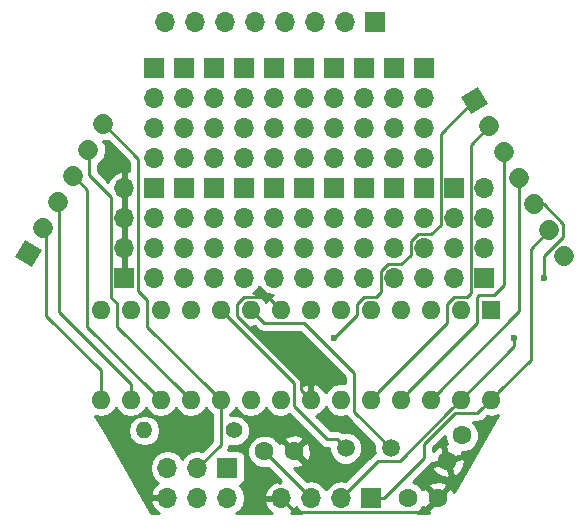
<source format=gbr>
G04 #@! TF.FileFunction,Copper,L1,Top,Signal*
%FSLAX46Y46*%
G04 Gerber Fmt 4.6, Leading zero omitted, Abs format (unit mm)*
G04 Created by KiCad (PCBNEW 4.0.7-e2-6376~58~ubuntu14.04.1) date Sat Apr 21 16:58:32 2018*
%MOMM*%
%LPD*%
G01*
G04 APERTURE LIST*
%ADD10C,0.100000*%
%ADD11C,1.700000*%
%ADD12R,1.700000X1.700000*%
%ADD13O,1.700000X1.700000*%
%ADD14C,1.400000*%
%ADD15O,1.400000X1.400000*%
%ADD16C,1.500000*%
%ADD17R,1.600000X1.600000*%
%ADD18O,1.600000X1.600000*%
%ADD19C,1.600000*%
%ADD20C,0.600000*%
%ADD21C,0.250000*%
%ADD22C,0.254000*%
G04 APERTURE END LIST*
D10*
G36*
X168281122Y-104328878D02*
X167431122Y-105801122D01*
X165958878Y-104951122D01*
X166808878Y-103478878D01*
X168281122Y-104328878D01*
X168281122Y-104328878D01*
G37*
D11*
X168390000Y-102440295D02*
X168390000Y-102440295D01*
X169660000Y-100240591D02*
X169660000Y-100240591D01*
X170930000Y-98040886D02*
X170930000Y-98040886D01*
X172200000Y-95841182D02*
X172200000Y-95841182D01*
X173470000Y-93641477D02*
X173470000Y-93641477D01*
D12*
X183980000Y-122760000D03*
D13*
X183980000Y-125300000D03*
X181440000Y-122760000D03*
X181440000Y-125300000D03*
X178900000Y-122760000D03*
X178900000Y-125300000D03*
D12*
X196140000Y-125340000D03*
D13*
X193600000Y-125340000D03*
X191060000Y-125340000D03*
X188520000Y-125340000D03*
D14*
X184560000Y-119600000D03*
D15*
X176940000Y-119600000D03*
D10*
G36*
X204578878Y-92811417D02*
X203728878Y-91339173D01*
X205201122Y-90489173D01*
X206051122Y-91961417D01*
X204578878Y-92811417D01*
X204578878Y-92811417D01*
G37*
D11*
X206160000Y-93850000D02*
X206160000Y-93850000D01*
X207430000Y-96049704D02*
X207430000Y-96049704D01*
X208700000Y-98249409D02*
X208700000Y-98249409D01*
X209970000Y-100449113D02*
X209970000Y-100449113D01*
X211240000Y-102648818D02*
X211240000Y-102648818D01*
X212510000Y-104848522D02*
X212510000Y-104848522D01*
D16*
X193990000Y-121100000D03*
X197790000Y-121100000D03*
D17*
X206270000Y-109390000D03*
D18*
X173250000Y-117010000D03*
X203730000Y-109390000D03*
X175790000Y-117010000D03*
X201190000Y-109390000D03*
X178330000Y-117010000D03*
X198650000Y-109390000D03*
X180870000Y-117010000D03*
X196110000Y-109390000D03*
X183410000Y-117010000D03*
X193570000Y-109390000D03*
X185950000Y-117010000D03*
X191030000Y-109390000D03*
X188490000Y-117010000D03*
X188490000Y-109390000D03*
X191030000Y-117010000D03*
X185950000Y-109390000D03*
X193570000Y-117010000D03*
X183410000Y-109390000D03*
X196110000Y-117010000D03*
X180870000Y-109390000D03*
X198650000Y-117010000D03*
X178330000Y-109390000D03*
X201190000Y-117010000D03*
X175790000Y-109390000D03*
X203730000Y-117010000D03*
X173250000Y-109390000D03*
X206270000Y-117010000D03*
D19*
X199270000Y-125340000D03*
X201770000Y-125340000D03*
X203840000Y-120000000D03*
X202590000Y-122165064D03*
X187090000Y-121380000D03*
X189590000Y-121380000D03*
D12*
X205740000Y-106680000D03*
D13*
X205740000Y-104140000D03*
X205740000Y-101600000D03*
X205740000Y-99060000D03*
D12*
X175260000Y-106680000D03*
D13*
X175260000Y-104140000D03*
X175260000Y-101600000D03*
X175260000Y-99060000D03*
D12*
X177750000Y-99060000D03*
D13*
X177750000Y-101600000D03*
X177750000Y-104140000D03*
X177750000Y-106680000D03*
D12*
X177800000Y-88900000D03*
D13*
X177800000Y-91440000D03*
X177800000Y-93980000D03*
X177800000Y-96520000D03*
D12*
X180340000Y-99060000D03*
D13*
X180340000Y-101600000D03*
X180340000Y-104140000D03*
X180340000Y-106680000D03*
D12*
X180340000Y-88900000D03*
D13*
X180340000Y-91440000D03*
X180340000Y-93980000D03*
X180340000Y-96520000D03*
D12*
X182880000Y-88900000D03*
D13*
X182880000Y-91440000D03*
X182880000Y-93980000D03*
X182880000Y-96520000D03*
D12*
X182880000Y-99060000D03*
D13*
X182880000Y-101600000D03*
X182880000Y-104140000D03*
X182880000Y-106680000D03*
D12*
X185420000Y-88900000D03*
D13*
X185420000Y-91440000D03*
X185420000Y-93980000D03*
X185420000Y-96520000D03*
D12*
X185420000Y-99060000D03*
D13*
X185420000Y-101600000D03*
X185420000Y-104140000D03*
X185420000Y-106680000D03*
D12*
X187960000Y-88900000D03*
D13*
X187960000Y-91440000D03*
X187960000Y-93980000D03*
X187960000Y-96520000D03*
D12*
X187960000Y-99060000D03*
D13*
X187960000Y-101600000D03*
X187960000Y-104140000D03*
X187960000Y-106680000D03*
D12*
X190500000Y-88900000D03*
D13*
X190500000Y-91440000D03*
X190500000Y-93980000D03*
X190500000Y-96520000D03*
D12*
X190500000Y-99060000D03*
D13*
X190500000Y-101600000D03*
X190500000Y-104140000D03*
X190500000Y-106680000D03*
D12*
X193040000Y-99060000D03*
D13*
X193040000Y-101600000D03*
X193040000Y-104140000D03*
X193040000Y-106680000D03*
D12*
X193040000Y-88900000D03*
D13*
X193040000Y-91440000D03*
X193040000Y-93980000D03*
X193040000Y-96520000D03*
D12*
X195580000Y-99060000D03*
D13*
X195580000Y-101600000D03*
X195580000Y-104140000D03*
X195580000Y-106680000D03*
D12*
X195580000Y-88900000D03*
D13*
X195580000Y-91440000D03*
X195580000Y-93980000D03*
X195580000Y-96520000D03*
D12*
X198120000Y-88900000D03*
D13*
X198120000Y-91440000D03*
X198120000Y-93980000D03*
X198120000Y-96520000D03*
D12*
X198120000Y-99060000D03*
D13*
X198120000Y-101600000D03*
X198120000Y-104140000D03*
X198120000Y-106680000D03*
D12*
X200660000Y-88900000D03*
D13*
X200660000Y-91440000D03*
X200660000Y-93980000D03*
X200660000Y-96520000D03*
D12*
X200660000Y-99060000D03*
D13*
X200660000Y-101600000D03*
X200660000Y-104140000D03*
X200660000Y-106680000D03*
D12*
X203200000Y-99060000D03*
D13*
X203200000Y-101600000D03*
X203200000Y-104140000D03*
X203200000Y-106680000D03*
D12*
X196490000Y-85010000D03*
D13*
X193950000Y-85010000D03*
X191410000Y-85010000D03*
X188870000Y-85010000D03*
X186330000Y-85010000D03*
X183790000Y-85010000D03*
X181250000Y-85010000D03*
X178710000Y-85010000D03*
D20*
X208280000Y-111760000D03*
X210820000Y-106680000D03*
X193040000Y-111760000D03*
D21*
X189615001Y-115595001D02*
X184209999Y-110189999D01*
X193240001Y-120350001D02*
X192415001Y-120350001D01*
X192415001Y-120350001D02*
X189615001Y-117550001D01*
X189615001Y-117550001D02*
X189615001Y-115595001D01*
X193990000Y-121100000D02*
X193240001Y-120350001D01*
X184209999Y-110189999D02*
X183410000Y-109390000D01*
X201770000Y-125340000D02*
X200594999Y-126515001D01*
X200594999Y-126515001D02*
X189695001Y-126515001D01*
X189695001Y-126515001D02*
X189369999Y-126189999D01*
X189369999Y-126189999D02*
X188520000Y-125340000D01*
X191030000Y-117010000D02*
X190230001Y-116210001D01*
X184824999Y-109930001D02*
X184824999Y-108849999D01*
X190230001Y-116210001D02*
X190230001Y-115335003D01*
X190230001Y-115335003D02*
X184824999Y-109930001D01*
X184824999Y-108849999D02*
X185409999Y-108264999D01*
X185409999Y-108264999D02*
X187364999Y-108264999D01*
X187364999Y-108264999D02*
X187690001Y-108590001D01*
X187690001Y-108590001D02*
X188490000Y-109390000D01*
X197790000Y-121100000D02*
X194695001Y-118005001D01*
X194695001Y-118005001D02*
X194695001Y-114733256D01*
X194695001Y-114733256D02*
X190476746Y-110515001D01*
X190476746Y-110515001D02*
X187075001Y-110515001D01*
X187075001Y-110515001D02*
X186749999Y-110189999D01*
X186749999Y-110189999D02*
X185950000Y-109390000D01*
X172250000Y-95860000D02*
X172250000Y-97979000D01*
X172250000Y-97979000D02*
X174084999Y-99813999D01*
X174084999Y-99813999D02*
X174084999Y-108269999D01*
X174084999Y-108269999D02*
X174664999Y-108849999D01*
X174664999Y-108849999D02*
X174664999Y-110804999D01*
X174664999Y-110804999D02*
X180070001Y-116210001D01*
X180070001Y-116210001D02*
X180870000Y-117010000D01*
X181440000Y-122760000D02*
X183410000Y-120790000D01*
X183410000Y-120790000D02*
X183410000Y-117010000D01*
X173520000Y-93660295D02*
X176435001Y-96575296D01*
X176435001Y-96575296D02*
X176435001Y-107790001D01*
X176435001Y-107790001D02*
X177204999Y-108559999D01*
X177204999Y-108559999D02*
X177204999Y-110804999D01*
X177204999Y-110804999D02*
X182610001Y-116210001D01*
X182610001Y-116210001D02*
X183410000Y-117010000D01*
X211240000Y-102648818D02*
X209644999Y-104243819D01*
X209644999Y-104243819D02*
X209644999Y-113635001D01*
X209644999Y-113635001D02*
X207069999Y-116210001D01*
X207069999Y-116210001D02*
X206270000Y-117010000D01*
X196140000Y-125340000D02*
X197240000Y-125340000D01*
X197240000Y-125340000D02*
X200650000Y-121930000D01*
X200650000Y-120726410D02*
X203241409Y-118135001D01*
X200650000Y-121930000D02*
X200650000Y-120726410D01*
X203241409Y-118135001D02*
X205144999Y-118135001D01*
X205144999Y-118135001D02*
X205470001Y-117809999D01*
X205470001Y-117809999D02*
X206270000Y-117010000D01*
X209970000Y-100449113D02*
X210745264Y-100449113D01*
X210745264Y-100449113D02*
X212415001Y-102118850D01*
X212415001Y-102118850D02*
X212415001Y-103212819D01*
X212415001Y-103212819D02*
X210820000Y-104807820D01*
X210820000Y-104807820D02*
X210820000Y-106680000D01*
X208280000Y-111760000D02*
X208280000Y-112460000D01*
X208280000Y-112460000D02*
X203730000Y-117010000D01*
X203730000Y-116310000D02*
X203730000Y-117010000D01*
X193600000Y-125340000D02*
X196764999Y-122175001D01*
X196764999Y-122175001D02*
X198564999Y-122175001D01*
X198564999Y-122175001D02*
X202930001Y-117809999D01*
X202930001Y-117809999D02*
X203730000Y-117010000D01*
X173250000Y-117010000D02*
X173250000Y-114472820D01*
X173250000Y-114472820D02*
X168656132Y-109878952D01*
X168656132Y-109878952D02*
X168656132Y-103206581D01*
X168656132Y-103206581D02*
X168440000Y-102990449D01*
X168440000Y-102990449D02*
X168440000Y-102459113D01*
X175790000Y-117010000D02*
X175790000Y-115659504D01*
X175790000Y-115659504D02*
X169710000Y-109579504D01*
X169710000Y-109579504D02*
X169710000Y-100259409D01*
X204890000Y-91650295D02*
X202024999Y-94515296D01*
X202024999Y-102164001D02*
X201224001Y-102964999D01*
X198684001Y-105504999D02*
X197555999Y-105504999D01*
X197555999Y-105504999D02*
X196944999Y-106115999D01*
X196944999Y-106115999D02*
X196944999Y-107855001D01*
X202024999Y-94515296D02*
X202024999Y-102164001D01*
X201224001Y-102964999D02*
X200095999Y-102964999D01*
X200095999Y-102964999D02*
X199484999Y-103575999D01*
X199484999Y-103575999D02*
X199484999Y-104704001D01*
X199484999Y-104704001D02*
X198684001Y-105504999D01*
X196944999Y-107855001D02*
X196535001Y-108264999D01*
X196535001Y-108264999D02*
X195569999Y-108264999D01*
X195569999Y-108264999D02*
X194984999Y-108849999D01*
X194984999Y-108849999D02*
X194984999Y-109815001D01*
X194984999Y-109815001D02*
X193040000Y-111760000D01*
X206160000Y-93850000D02*
X204562501Y-95447499D01*
X204562501Y-107972499D02*
X204270001Y-108264999D01*
X204562501Y-95447499D02*
X204562501Y-107972499D01*
X204270001Y-108264999D02*
X203189999Y-108264999D01*
X203189999Y-108264999D02*
X202604999Y-108849999D01*
X202604999Y-108849999D02*
X202604999Y-110515001D01*
X202604999Y-110515001D02*
X196909999Y-116210001D01*
X196909999Y-116210001D02*
X196110000Y-117010000D01*
X207430000Y-96049704D02*
X207430000Y-107275002D01*
X207430000Y-107275002D02*
X206546102Y-108158900D01*
X206546102Y-108158900D02*
X205316098Y-108158900D01*
X205316098Y-108158900D02*
X205144999Y-108329999D01*
X205144999Y-108329999D02*
X205144999Y-110515001D01*
X205144999Y-110515001D02*
X199449999Y-116210001D01*
X199449999Y-116210001D02*
X198650000Y-117010000D01*
X208700000Y-98249409D02*
X208700000Y-109500000D01*
X208700000Y-109500000D02*
X201190000Y-117010000D01*
X191060000Y-125340000D02*
X187100000Y-121380000D01*
X187100000Y-121380000D02*
X187090000Y-121380000D01*
X170980000Y-98059704D02*
X172124999Y-99204703D01*
X172124999Y-99204703D02*
X172124999Y-110804999D01*
X172124999Y-110804999D02*
X177530001Y-116210001D01*
X177530001Y-116210001D02*
X178330000Y-117010000D01*
D22*
G36*
X190009946Y-126419147D02*
X190252432Y-126581171D01*
X189320363Y-126581170D01*
X189715183Y-126221358D01*
X189782298Y-126078447D01*
X190009946Y-126419147D01*
X190009946Y-126419147D01*
G37*
X190009946Y-126419147D02*
X190252432Y-126581171D01*
X189320363Y-126581170D01*
X189715183Y-126221358D01*
X189782298Y-126078447D01*
X190009946Y-126419147D01*
G36*
X203124069Y-124827910D02*
X203023864Y-124585995D01*
X202777745Y-124511861D01*
X201949605Y-125340000D01*
X201963748Y-125354142D01*
X201784142Y-125533748D01*
X201770000Y-125519605D01*
X200941861Y-126347745D01*
X201012172Y-126581171D01*
X200023890Y-126581171D01*
X200081800Y-126557243D01*
X200485824Y-126153923D01*
X200513423Y-126087456D01*
X200516136Y-126094005D01*
X200762255Y-126168139D01*
X201590395Y-125340000D01*
X200762255Y-124511861D01*
X200516136Y-124585995D01*
X200513804Y-124592483D01*
X200487243Y-124528200D01*
X200291640Y-124332255D01*
X200941861Y-124332255D01*
X201770000Y-125160395D01*
X202598139Y-124332255D01*
X202524005Y-124086136D01*
X201986777Y-123893035D01*
X201416546Y-123920222D01*
X201015995Y-124086136D01*
X200941861Y-124332255D01*
X200291640Y-124332255D01*
X200083923Y-124124176D01*
X199692966Y-123961836D01*
X200780862Y-122873940D01*
X201310080Y-122873940D01*
X201678783Y-123309784D01*
X202186211Y-123571354D01*
X202616055Y-123627945D01*
X202803318Y-123451866D01*
X202500197Y-122320607D01*
X201368938Y-122623727D01*
X201310080Y-122873940D01*
X200780862Y-122873940D01*
X201187401Y-122467401D01*
X201270276Y-122343369D01*
X201303198Y-122378382D01*
X201764160Y-122254867D01*
X202745543Y-122254867D01*
X203048663Y-123386126D01*
X203298876Y-123444984D01*
X203734720Y-123076281D01*
X203996290Y-122568853D01*
X204052881Y-122139009D01*
X203876802Y-121951746D01*
X202745543Y-122254867D01*
X201764160Y-122254867D01*
X202434457Y-122075261D01*
X202131337Y-120944002D01*
X201881124Y-120885144D01*
X201445280Y-121253847D01*
X201410000Y-121322288D01*
X201410000Y-121041212D01*
X202404960Y-120046252D01*
X202404752Y-120284187D01*
X202578242Y-120704065D01*
X202563945Y-120702183D01*
X202376682Y-120878262D01*
X202655740Y-121919716D01*
X202604141Y-121971315D01*
X202783749Y-122150923D01*
X203014955Y-121919717D01*
X203811062Y-121706401D01*
X203869920Y-121456188D01*
X203852005Y-121435011D01*
X204124187Y-121435248D01*
X204651800Y-121217243D01*
X205055824Y-120813923D01*
X205274750Y-120286691D01*
X205275248Y-119715813D01*
X205057243Y-119188200D01*
X204764555Y-118895001D01*
X205144999Y-118895001D01*
X205435838Y-118837149D01*
X205682400Y-118672402D01*
X205946114Y-118408688D01*
X206270000Y-118473113D01*
X206819151Y-118363880D01*
X206879271Y-118323709D01*
X203124069Y-124827910D01*
X203124069Y-124827910D01*
G37*
X203124069Y-124827910D02*
X203023864Y-124585995D01*
X202777745Y-124511861D01*
X201949605Y-125340000D01*
X201963748Y-125354142D01*
X201784142Y-125533748D01*
X201770000Y-125519605D01*
X200941861Y-126347745D01*
X201012172Y-126581171D01*
X200023890Y-126581171D01*
X200081800Y-126557243D01*
X200485824Y-126153923D01*
X200513423Y-126087456D01*
X200516136Y-126094005D01*
X200762255Y-126168139D01*
X201590395Y-125340000D01*
X200762255Y-124511861D01*
X200516136Y-124585995D01*
X200513804Y-124592483D01*
X200487243Y-124528200D01*
X200291640Y-124332255D01*
X200941861Y-124332255D01*
X201770000Y-125160395D01*
X202598139Y-124332255D01*
X202524005Y-124086136D01*
X201986777Y-123893035D01*
X201416546Y-123920222D01*
X201015995Y-124086136D01*
X200941861Y-124332255D01*
X200291640Y-124332255D01*
X200083923Y-124124176D01*
X199692966Y-123961836D01*
X200780862Y-122873940D01*
X201310080Y-122873940D01*
X201678783Y-123309784D01*
X202186211Y-123571354D01*
X202616055Y-123627945D01*
X202803318Y-123451866D01*
X202500197Y-122320607D01*
X201368938Y-122623727D01*
X201310080Y-122873940D01*
X200780862Y-122873940D01*
X201187401Y-122467401D01*
X201270276Y-122343369D01*
X201303198Y-122378382D01*
X201764160Y-122254867D01*
X202745543Y-122254867D01*
X203048663Y-123386126D01*
X203298876Y-123444984D01*
X203734720Y-123076281D01*
X203996290Y-122568853D01*
X204052881Y-122139009D01*
X203876802Y-121951746D01*
X202745543Y-122254867D01*
X201764160Y-122254867D01*
X202434457Y-122075261D01*
X202131337Y-120944002D01*
X201881124Y-120885144D01*
X201445280Y-121253847D01*
X201410000Y-121322288D01*
X201410000Y-121041212D01*
X202404960Y-120046252D01*
X202404752Y-120284187D01*
X202578242Y-120704065D01*
X202563945Y-120702183D01*
X202376682Y-120878262D01*
X202655740Y-121919716D01*
X202604141Y-121971315D01*
X202783749Y-122150923D01*
X203014955Y-121919717D01*
X203811062Y-121706401D01*
X203869920Y-121456188D01*
X203852005Y-121435011D01*
X204124187Y-121435248D01*
X204651800Y-121217243D01*
X205055824Y-120813923D01*
X205274750Y-120286691D01*
X205275248Y-119715813D01*
X205057243Y-119188200D01*
X204764555Y-118895001D01*
X205144999Y-118895001D01*
X205435838Y-118837149D01*
X205682400Y-118672402D01*
X205946114Y-118408688D01*
X206270000Y-118473113D01*
X206819151Y-118363880D01*
X206879271Y-118323709D01*
X203124069Y-124827910D01*
G36*
X192555302Y-118052811D02*
X193020849Y-118363880D01*
X193570000Y-118473113D01*
X194047799Y-118378073D01*
X194157600Y-118542402D01*
X196414998Y-120799800D01*
X196405241Y-120823298D01*
X196404760Y-121374285D01*
X196451691Y-121487866D01*
X196227598Y-121637600D01*
X193966408Y-123898790D01*
X193600000Y-123825907D01*
X193031715Y-123938946D01*
X192549946Y-124260853D01*
X192330000Y-124590026D01*
X192110054Y-124260853D01*
X191628285Y-123938946D01*
X191060000Y-123825907D01*
X190693592Y-123898790D01*
X189610456Y-122815654D01*
X189943454Y-122799778D01*
X190344005Y-122633864D01*
X190418139Y-122387745D01*
X189590000Y-121559605D01*
X189575858Y-121573748D01*
X189396252Y-121394142D01*
X189410395Y-121380000D01*
X189769605Y-121380000D01*
X190597745Y-122208139D01*
X190843864Y-122134005D01*
X191036965Y-121596777D01*
X191009778Y-121026546D01*
X190843864Y-120625995D01*
X190597745Y-120551861D01*
X189769605Y-121380000D01*
X189410395Y-121380000D01*
X188582255Y-120551861D01*
X188336136Y-120625995D01*
X188333804Y-120632483D01*
X188307243Y-120568200D01*
X188111640Y-120372255D01*
X188761861Y-120372255D01*
X189590000Y-121200395D01*
X190418139Y-120372255D01*
X190344005Y-120126136D01*
X189806777Y-119933035D01*
X189236546Y-119960222D01*
X188835995Y-120126136D01*
X188761861Y-120372255D01*
X188111640Y-120372255D01*
X187903923Y-120164176D01*
X187376691Y-119945250D01*
X186805813Y-119944752D01*
X186278200Y-120162757D01*
X185874176Y-120566077D01*
X185655250Y-121093309D01*
X185654752Y-121664187D01*
X185872757Y-122191800D01*
X186276077Y-122595824D01*
X186803309Y-122814750D01*
X187374187Y-122815248D01*
X187435225Y-122790027D01*
X188500198Y-123855000D01*
X188392998Y-123855000D01*
X188392998Y-124019844D01*
X188163110Y-123898524D01*
X187753076Y-124068355D01*
X187324817Y-124458642D01*
X187078514Y-124983108D01*
X187199181Y-125213000D01*
X188393000Y-125213000D01*
X188393000Y-125193000D01*
X188647000Y-125193000D01*
X188647000Y-125213000D01*
X188667000Y-125213000D01*
X188667000Y-125467000D01*
X188647000Y-125467000D01*
X188647000Y-125487000D01*
X188393000Y-125487000D01*
X188393000Y-125467000D01*
X187199181Y-125467000D01*
X187078514Y-125696892D01*
X187324817Y-126221358D01*
X187719636Y-126581170D01*
X184727704Y-126581170D01*
X185030054Y-126379147D01*
X185351961Y-125897378D01*
X185465000Y-125329093D01*
X185465000Y-125270907D01*
X185351961Y-124702622D01*
X185030054Y-124220853D01*
X185028821Y-124220029D01*
X185065317Y-124213162D01*
X185281441Y-124074090D01*
X185426431Y-123861890D01*
X185477440Y-123610000D01*
X185477440Y-121910000D01*
X185433162Y-121674683D01*
X185294090Y-121458559D01*
X185081890Y-121313569D01*
X184830000Y-121262560D01*
X183990726Y-121262560D01*
X184112148Y-121080839D01*
X184152807Y-120876435D01*
X184293287Y-120934768D01*
X184824383Y-120935231D01*
X185315229Y-120732418D01*
X185691098Y-120357204D01*
X185894768Y-119866713D01*
X185895231Y-119335617D01*
X185692418Y-118844771D01*
X185317204Y-118468902D01*
X184826713Y-118265232D01*
X184295617Y-118264769D01*
X184170000Y-118316673D01*
X184170000Y-118222995D01*
X184424698Y-118052811D01*
X184680000Y-117670725D01*
X184935302Y-118052811D01*
X185400849Y-118363880D01*
X185950000Y-118473113D01*
X186499151Y-118363880D01*
X186964698Y-118052811D01*
X187220000Y-117670725D01*
X187475302Y-118052811D01*
X187940849Y-118363880D01*
X188490000Y-118473113D01*
X189039151Y-118363880D01*
X189227936Y-118237738D01*
X191877600Y-120887402D01*
X192124162Y-121052149D01*
X192415001Y-121110001D01*
X192604991Y-121110001D01*
X192604760Y-121374285D01*
X192815169Y-121883515D01*
X193204436Y-122273461D01*
X193713298Y-122484759D01*
X194264285Y-122485240D01*
X194773515Y-122274831D01*
X195163461Y-121885564D01*
X195374759Y-121376702D01*
X195375240Y-120825715D01*
X195164831Y-120316485D01*
X194775564Y-119926539D01*
X194266702Y-119715241D01*
X193715715Y-119714760D01*
X193663353Y-119736395D01*
X193530840Y-119647853D01*
X193240001Y-119590001D01*
X192729803Y-119590001D01*
X191494064Y-118354262D01*
X191767423Y-118241041D01*
X192182389Y-117865134D01*
X192285014Y-117648297D01*
X192555302Y-118052811D01*
X192555302Y-118052811D01*
G37*
X192555302Y-118052811D02*
X193020849Y-118363880D01*
X193570000Y-118473113D01*
X194047799Y-118378073D01*
X194157600Y-118542402D01*
X196414998Y-120799800D01*
X196405241Y-120823298D01*
X196404760Y-121374285D01*
X196451691Y-121487866D01*
X196227598Y-121637600D01*
X193966408Y-123898790D01*
X193600000Y-123825907D01*
X193031715Y-123938946D01*
X192549946Y-124260853D01*
X192330000Y-124590026D01*
X192110054Y-124260853D01*
X191628285Y-123938946D01*
X191060000Y-123825907D01*
X190693592Y-123898790D01*
X189610456Y-122815654D01*
X189943454Y-122799778D01*
X190344005Y-122633864D01*
X190418139Y-122387745D01*
X189590000Y-121559605D01*
X189575858Y-121573748D01*
X189396252Y-121394142D01*
X189410395Y-121380000D01*
X189769605Y-121380000D01*
X190597745Y-122208139D01*
X190843864Y-122134005D01*
X191036965Y-121596777D01*
X191009778Y-121026546D01*
X190843864Y-120625995D01*
X190597745Y-120551861D01*
X189769605Y-121380000D01*
X189410395Y-121380000D01*
X188582255Y-120551861D01*
X188336136Y-120625995D01*
X188333804Y-120632483D01*
X188307243Y-120568200D01*
X188111640Y-120372255D01*
X188761861Y-120372255D01*
X189590000Y-121200395D01*
X190418139Y-120372255D01*
X190344005Y-120126136D01*
X189806777Y-119933035D01*
X189236546Y-119960222D01*
X188835995Y-120126136D01*
X188761861Y-120372255D01*
X188111640Y-120372255D01*
X187903923Y-120164176D01*
X187376691Y-119945250D01*
X186805813Y-119944752D01*
X186278200Y-120162757D01*
X185874176Y-120566077D01*
X185655250Y-121093309D01*
X185654752Y-121664187D01*
X185872757Y-122191800D01*
X186276077Y-122595824D01*
X186803309Y-122814750D01*
X187374187Y-122815248D01*
X187435225Y-122790027D01*
X188500198Y-123855000D01*
X188392998Y-123855000D01*
X188392998Y-124019844D01*
X188163110Y-123898524D01*
X187753076Y-124068355D01*
X187324817Y-124458642D01*
X187078514Y-124983108D01*
X187199181Y-125213000D01*
X188393000Y-125213000D01*
X188393000Y-125193000D01*
X188647000Y-125193000D01*
X188647000Y-125213000D01*
X188667000Y-125213000D01*
X188667000Y-125467000D01*
X188647000Y-125467000D01*
X188647000Y-125487000D01*
X188393000Y-125487000D01*
X188393000Y-125467000D01*
X187199181Y-125467000D01*
X187078514Y-125696892D01*
X187324817Y-126221358D01*
X187719636Y-126581170D01*
X184727704Y-126581170D01*
X185030054Y-126379147D01*
X185351961Y-125897378D01*
X185465000Y-125329093D01*
X185465000Y-125270907D01*
X185351961Y-124702622D01*
X185030054Y-124220853D01*
X185028821Y-124220029D01*
X185065317Y-124213162D01*
X185281441Y-124074090D01*
X185426431Y-123861890D01*
X185477440Y-123610000D01*
X185477440Y-121910000D01*
X185433162Y-121674683D01*
X185294090Y-121458559D01*
X185081890Y-121313569D01*
X184830000Y-121262560D01*
X183990726Y-121262560D01*
X184112148Y-121080839D01*
X184152807Y-120876435D01*
X184293287Y-120934768D01*
X184824383Y-120935231D01*
X185315229Y-120732418D01*
X185691098Y-120357204D01*
X185894768Y-119866713D01*
X185895231Y-119335617D01*
X185692418Y-118844771D01*
X185317204Y-118468902D01*
X184826713Y-118265232D01*
X184295617Y-118264769D01*
X184170000Y-118316673D01*
X184170000Y-118222995D01*
X184424698Y-118052811D01*
X184680000Y-117670725D01*
X184935302Y-118052811D01*
X185400849Y-118363880D01*
X185950000Y-118473113D01*
X186499151Y-118363880D01*
X186964698Y-118052811D01*
X187220000Y-117670725D01*
X187475302Y-118052811D01*
X187940849Y-118363880D01*
X188490000Y-118473113D01*
X189039151Y-118363880D01*
X189227936Y-118237738D01*
X191877600Y-120887402D01*
X192124162Y-121052149D01*
X192415001Y-121110001D01*
X192604991Y-121110001D01*
X192604760Y-121374285D01*
X192815169Y-121883515D01*
X193204436Y-122273461D01*
X193713298Y-122484759D01*
X194264285Y-122485240D01*
X194773515Y-122274831D01*
X195163461Y-121885564D01*
X195374759Y-121376702D01*
X195375240Y-120825715D01*
X195164831Y-120316485D01*
X194775564Y-119926539D01*
X194266702Y-119715241D01*
X193715715Y-119714760D01*
X193663353Y-119736395D01*
X193530840Y-119647853D01*
X193240001Y-119590001D01*
X192729803Y-119590001D01*
X191494064Y-118354262D01*
X191767423Y-118241041D01*
X192182389Y-117865134D01*
X192285014Y-117648297D01*
X192555302Y-118052811D01*
G36*
X182395302Y-118052811D02*
X182650000Y-118222995D01*
X182650000Y-120475198D01*
X181806408Y-121318790D01*
X181440000Y-121245907D01*
X180871715Y-121358946D01*
X180389946Y-121680853D01*
X180170000Y-122010026D01*
X179950054Y-121680853D01*
X179468285Y-121358946D01*
X178900000Y-121245907D01*
X178331715Y-121358946D01*
X177849946Y-121680853D01*
X177528039Y-122162622D01*
X177415000Y-122730907D01*
X177415000Y-122789093D01*
X177528039Y-123357378D01*
X177849946Y-123839147D01*
X178133101Y-124028345D01*
X178133076Y-124028355D01*
X177704817Y-124418642D01*
X177458514Y-124943108D01*
X177579181Y-125173000D01*
X178773000Y-125173000D01*
X178773000Y-125153000D01*
X179027000Y-125153000D01*
X179027000Y-125173000D01*
X179047000Y-125173000D01*
X179047000Y-125427000D01*
X179027000Y-125427000D01*
X179027000Y-125447000D01*
X178773000Y-125447000D01*
X178773000Y-125427000D01*
X177579181Y-125427000D01*
X177458514Y-125656892D01*
X177704817Y-126181358D01*
X178133076Y-126571645D01*
X178156073Y-126581170D01*
X177531660Y-126581170D01*
X173501080Y-119600000D01*
X175578846Y-119600000D01*
X175680467Y-120110882D01*
X175969858Y-120543988D01*
X176402964Y-120833379D01*
X176913846Y-120935000D01*
X176966154Y-120935000D01*
X177477036Y-120833379D01*
X177910142Y-120543988D01*
X178199533Y-120110882D01*
X178301154Y-119600000D01*
X178199533Y-119089118D01*
X177910142Y-118656012D01*
X177477036Y-118366621D01*
X176966154Y-118265000D01*
X176913846Y-118265000D01*
X176402964Y-118366621D01*
X175969858Y-118656012D01*
X175680467Y-119089118D01*
X175578846Y-119600000D01*
X173501080Y-119600000D01*
X172798635Y-118383331D01*
X173250000Y-118473113D01*
X173799151Y-118363880D01*
X174264698Y-118052811D01*
X174520000Y-117670725D01*
X174775302Y-118052811D01*
X175240849Y-118363880D01*
X175790000Y-118473113D01*
X176339151Y-118363880D01*
X176804698Y-118052811D01*
X177060000Y-117670725D01*
X177315302Y-118052811D01*
X177780849Y-118363880D01*
X178330000Y-118473113D01*
X178879151Y-118363880D01*
X179344698Y-118052811D01*
X179600000Y-117670725D01*
X179855302Y-118052811D01*
X180320849Y-118363880D01*
X180870000Y-118473113D01*
X181419151Y-118363880D01*
X181884698Y-118052811D01*
X182140000Y-117670725D01*
X182395302Y-118052811D01*
X182395302Y-118052811D01*
G37*
X182395302Y-118052811D02*
X182650000Y-118222995D01*
X182650000Y-120475198D01*
X181806408Y-121318790D01*
X181440000Y-121245907D01*
X180871715Y-121358946D01*
X180389946Y-121680853D01*
X180170000Y-122010026D01*
X179950054Y-121680853D01*
X179468285Y-121358946D01*
X178900000Y-121245907D01*
X178331715Y-121358946D01*
X177849946Y-121680853D01*
X177528039Y-122162622D01*
X177415000Y-122730907D01*
X177415000Y-122789093D01*
X177528039Y-123357378D01*
X177849946Y-123839147D01*
X178133101Y-124028345D01*
X178133076Y-124028355D01*
X177704817Y-124418642D01*
X177458514Y-124943108D01*
X177579181Y-125173000D01*
X178773000Y-125173000D01*
X178773000Y-125153000D01*
X179027000Y-125153000D01*
X179027000Y-125173000D01*
X179047000Y-125173000D01*
X179047000Y-125427000D01*
X179027000Y-125427000D01*
X179027000Y-125447000D01*
X178773000Y-125447000D01*
X178773000Y-125427000D01*
X177579181Y-125427000D01*
X177458514Y-125656892D01*
X177704817Y-126181358D01*
X178133076Y-126571645D01*
X178156073Y-126581170D01*
X177531660Y-126581170D01*
X173501080Y-119600000D01*
X175578846Y-119600000D01*
X175680467Y-120110882D01*
X175969858Y-120543988D01*
X176402964Y-120833379D01*
X176913846Y-120935000D01*
X176966154Y-120935000D01*
X177477036Y-120833379D01*
X177910142Y-120543988D01*
X178199533Y-120110882D01*
X178301154Y-119600000D01*
X178199533Y-119089118D01*
X177910142Y-118656012D01*
X177477036Y-118366621D01*
X176966154Y-118265000D01*
X176913846Y-118265000D01*
X176402964Y-118366621D01*
X175969858Y-118656012D01*
X175680467Y-119089118D01*
X175578846Y-119600000D01*
X173501080Y-119600000D01*
X172798635Y-118383331D01*
X173250000Y-118473113D01*
X173799151Y-118363880D01*
X174264698Y-118052811D01*
X174520000Y-117670725D01*
X174775302Y-118052811D01*
X175240849Y-118363880D01*
X175790000Y-118473113D01*
X176339151Y-118363880D01*
X176804698Y-118052811D01*
X177060000Y-117670725D01*
X177315302Y-118052811D01*
X177780849Y-118363880D01*
X178330000Y-118473113D01*
X178879151Y-118363880D01*
X179344698Y-118052811D01*
X179600000Y-117670725D01*
X179855302Y-118052811D01*
X180320849Y-118363880D01*
X180870000Y-118473113D01*
X181419151Y-118363880D01*
X181884698Y-118052811D01*
X182140000Y-117670725D01*
X182395302Y-118052811D01*
G36*
X186537600Y-111052402D02*
X186784161Y-111217149D01*
X187075001Y-111275001D01*
X190161944Y-111275001D01*
X193935001Y-115048058D01*
X193935001Y-115619490D01*
X193570000Y-115546887D01*
X193020849Y-115656120D01*
X192555302Y-115967189D01*
X192285014Y-116371703D01*
X192182389Y-116154866D01*
X191767423Y-115778959D01*
X191379039Y-115618096D01*
X191157000Y-115740085D01*
X191157000Y-116883000D01*
X191177000Y-116883000D01*
X191177000Y-117137000D01*
X191157000Y-117137000D01*
X191157000Y-117157000D01*
X190903000Y-117157000D01*
X190903000Y-117137000D01*
X190883000Y-117137000D01*
X190883000Y-116883000D01*
X190903000Y-116883000D01*
X190903000Y-115740085D01*
X190680961Y-115618096D01*
X190375001Y-115744820D01*
X190375001Y-115595001D01*
X190317149Y-115304162D01*
X190152402Y-115057600D01*
X185947397Y-110852595D01*
X185950000Y-110853113D01*
X186273886Y-110788688D01*
X186537600Y-111052402D01*
X186537600Y-111052402D01*
G37*
X186537600Y-111052402D02*
X186784161Y-111217149D01*
X187075001Y-111275001D01*
X190161944Y-111275001D01*
X193935001Y-115048058D01*
X193935001Y-115619490D01*
X193570000Y-115546887D01*
X193020849Y-115656120D01*
X192555302Y-115967189D01*
X192285014Y-116371703D01*
X192182389Y-116154866D01*
X191767423Y-115778959D01*
X191379039Y-115618096D01*
X191157000Y-115740085D01*
X191157000Y-116883000D01*
X191177000Y-116883000D01*
X191177000Y-117137000D01*
X191157000Y-117137000D01*
X191157000Y-117157000D01*
X190903000Y-117157000D01*
X190903000Y-117137000D01*
X190883000Y-117137000D01*
X190883000Y-116883000D01*
X190903000Y-116883000D01*
X190903000Y-115740085D01*
X190680961Y-115618096D01*
X190375001Y-115744820D01*
X190375001Y-115595001D01*
X190317149Y-115304162D01*
X190152402Y-115057600D01*
X185947397Y-110852595D01*
X185950000Y-110853113D01*
X186273886Y-110788688D01*
X186537600Y-111052402D01*
G36*
X188617000Y-109263000D02*
X188637000Y-109263000D01*
X188637000Y-109517000D01*
X188617000Y-109517000D01*
X188617000Y-109537000D01*
X188363000Y-109537000D01*
X188363000Y-109517000D01*
X188343000Y-109517000D01*
X188343000Y-109263000D01*
X188363000Y-109263000D01*
X188363000Y-109243000D01*
X188617000Y-109243000D01*
X188617000Y-109263000D01*
X188617000Y-109263000D01*
G37*
X188617000Y-109263000D02*
X188637000Y-109263000D01*
X188637000Y-109517000D01*
X188617000Y-109517000D01*
X188617000Y-109537000D01*
X188363000Y-109537000D01*
X188363000Y-109517000D01*
X188343000Y-109517000D01*
X188343000Y-109263000D01*
X188363000Y-109263000D01*
X188363000Y-109243000D01*
X188617000Y-109243000D01*
X188617000Y-109263000D01*
G36*
X186880853Y-107730054D02*
X187362622Y-108051961D01*
X187800581Y-108139076D01*
X187752577Y-108158959D01*
X187337611Y-108534866D01*
X187234986Y-108751703D01*
X186964698Y-108347189D01*
X186499151Y-108036120D01*
X186146167Y-107965907D01*
X186499147Y-107730054D01*
X186690000Y-107444422D01*
X186880853Y-107730054D01*
X186880853Y-107730054D01*
G37*
X186880853Y-107730054D02*
X187362622Y-108051961D01*
X187800581Y-108139076D01*
X187752577Y-108158959D01*
X187337611Y-108534866D01*
X187234986Y-108751703D01*
X186964698Y-108347189D01*
X186499151Y-108036120D01*
X186146167Y-107965907D01*
X186499147Y-107730054D01*
X186690000Y-107444422D01*
X186880853Y-107730054D01*
G36*
X175675001Y-96890098D02*
X175675001Y-97645804D01*
X175616892Y-97618514D01*
X175387000Y-97739181D01*
X175387000Y-98933000D01*
X175407000Y-98933000D01*
X175407000Y-99187000D01*
X175387000Y-99187000D01*
X175387000Y-101473000D01*
X175407000Y-101473000D01*
X175407000Y-101727000D01*
X175387000Y-101727000D01*
X175387000Y-104013000D01*
X175407000Y-104013000D01*
X175407000Y-104267000D01*
X175387000Y-104267000D01*
X175387000Y-106553000D01*
X175407000Y-106553000D01*
X175407000Y-106807000D01*
X175387000Y-106807000D01*
X175387000Y-106827000D01*
X175133000Y-106827000D01*
X175133000Y-106807000D01*
X175113000Y-106807000D01*
X175113000Y-106553000D01*
X175133000Y-106553000D01*
X175133000Y-104267000D01*
X175113000Y-104267000D01*
X175113000Y-104013000D01*
X175133000Y-104013000D01*
X175133000Y-101727000D01*
X175113000Y-101727000D01*
X175113000Y-101473000D01*
X175133000Y-101473000D01*
X175133000Y-99187000D01*
X175113000Y-99187000D01*
X175113000Y-98933000D01*
X175133000Y-98933000D01*
X175133000Y-97739181D01*
X174903108Y-97618514D01*
X174378642Y-97864817D01*
X173988355Y-98293076D01*
X173886000Y-98540198D01*
X173010000Y-97664198D01*
X173010000Y-97092642D01*
X173129217Y-97033849D01*
X173511250Y-96598215D01*
X173697493Y-96049544D01*
X173659592Y-95471367D01*
X173484496Y-95116317D01*
X173875583Y-95090680D01*
X175675001Y-96890098D01*
X175675001Y-96890098D01*
G37*
X175675001Y-96890098D02*
X175675001Y-97645804D01*
X175616892Y-97618514D01*
X175387000Y-97739181D01*
X175387000Y-98933000D01*
X175407000Y-98933000D01*
X175407000Y-99187000D01*
X175387000Y-99187000D01*
X175387000Y-101473000D01*
X175407000Y-101473000D01*
X175407000Y-101727000D01*
X175387000Y-101727000D01*
X175387000Y-104013000D01*
X175407000Y-104013000D01*
X175407000Y-104267000D01*
X175387000Y-104267000D01*
X175387000Y-106553000D01*
X175407000Y-106553000D01*
X175407000Y-106807000D01*
X175387000Y-106807000D01*
X175387000Y-106827000D01*
X175133000Y-106827000D01*
X175133000Y-106807000D01*
X175113000Y-106807000D01*
X175113000Y-106553000D01*
X175133000Y-106553000D01*
X175133000Y-104267000D01*
X175113000Y-104267000D01*
X175113000Y-104013000D01*
X175133000Y-104013000D01*
X175133000Y-101727000D01*
X175113000Y-101727000D01*
X175113000Y-101473000D01*
X175133000Y-101473000D01*
X175133000Y-99187000D01*
X175113000Y-99187000D01*
X175113000Y-98933000D01*
X175133000Y-98933000D01*
X175133000Y-97739181D01*
X174903108Y-97618514D01*
X174378642Y-97864817D01*
X173988355Y-98293076D01*
X173886000Y-98540198D01*
X173010000Y-97664198D01*
X173010000Y-97092642D01*
X173129217Y-97033849D01*
X173511250Y-96598215D01*
X173697493Y-96049544D01*
X173659592Y-95471367D01*
X173484496Y-95116317D01*
X173875583Y-95090680D01*
X175675001Y-96890098D01*
M02*

</source>
